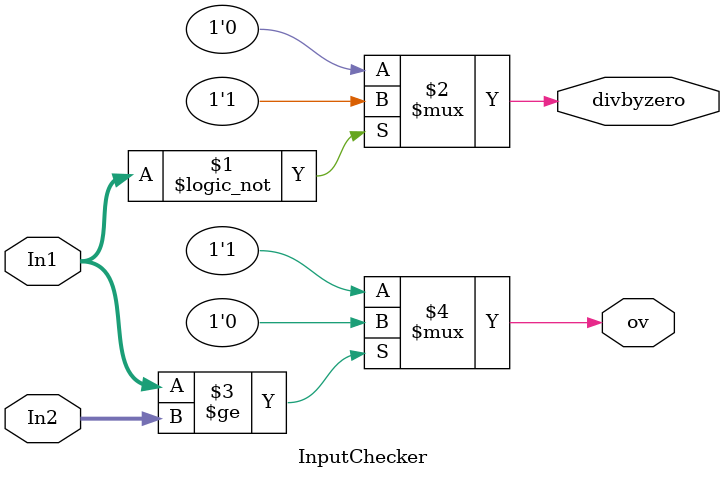
<source format=v>
`timescale 1ns/1ns
module MUX2to1 #(parameter n=10)(input [n-1:0] In1,In2,input Sel,output [n-1:0] Out);
	assign Out=Sel? In2:In1;
endmodule

module Register #(parameter n=5)(input [n-1:0] ParIn,input CLK,RST,LD,output reg [n-1:0] ParOut);
	always@(posedge CLK,posedge RST) begin
	   if(RST)
             ParOut<=5'd0;    
	   else
             ParOut<=(LD) ? ParIn : ParOut;
	end
endmodule

module SHtoLRegister #(parameter n=10)(input[n-1:0] ParIn,input CLK,RST,LD,SIR,EN,output reg[n-1:0] ParOut);
	always@(posedge CLK,posedge RST)begin
		if (RST) ParOut<=9'd0;
		else if(LD) ParOut<=ParIn;
		else if(EN)
		     ParOut<={ParOut[n-2:0],SIR};
	end
		    	
endmodule

module DCNT3BIT #(parameter n=3)(input[n-1:0] ParIn,input CLK,RST,CNT,LD,SEL,output reg[n-1:0]ParOut,output CO);
	always@(posedge CLK,posedge RST)begin
		if(RST) ParOut<=3'd0;
		else begin
		     if(LD)
			ParOut<=ParIn;
		     else if(CNT) ParOut<=ParOut-1;

		end
	end
	assign CO=(SEL)? &{~ParOut}:1'b0;endmodule
module SUB #(parameter n=5)(input[n-1:0] In1,In2,output[n-1:0] Out);
	assign Out=In1-In2;
endmodule

module PosCheckerandFixer #(parameter n=10)(input[n-1:0] In1,input[n-6:0] In2,output[n-1:0] Out,output PosFlag);
	assign Out=(In2[n-6]) ? In1:{In2,In1[n-6:1],1'b1};
	assign PosFlag= (In2[n-6]) ? 1'b0:1'b1;
endmodule

module InputChecker #(parameter n=10)(input[n-6:0] In1,input[n-6:0] In2,output ov,divbyzero);
	assign divbyzero=(In1==0)?1'b1:1'b0;
	assign ov=(In1>=In2)? 1'b0:1'b1;
endmodule



</source>
